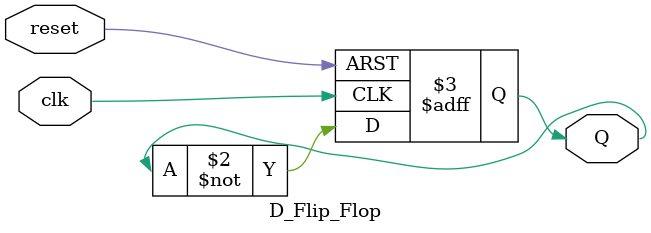
<source format=v>
`timescale 1ns / 1ps


module D_Flip_Flop(
    output reg Q,
    input clk,
    input reset
    );
    always@(negedge clk, posedge reset)
    begin
        if(reset)
        begin
            Q <= 1'b0;
        end
        else
        begin
            Q <= #2~Q;
        end
    end
endmodule

</source>
